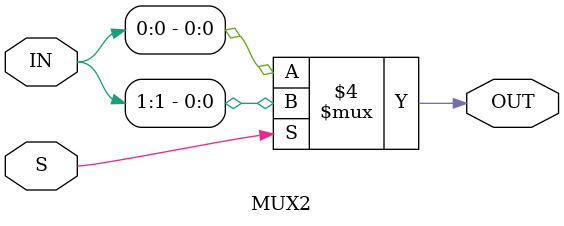
<source format=v>
`timescale 1ns / 1ps

module MUX2(
    input [1:0] IN,
    input S,
    output reg OUT
    );
    
    always@(S or IN)
    begin  
        if(S == 1)
            OUT = IN[1];
        else begin
            OUT = IN[0];
        end
    end
endmodule

</source>
